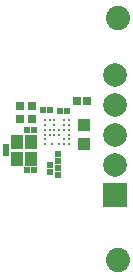
<source format=gts>
G04*
G04 #@! TF.GenerationSoftware,Altium Limited,Altium Designer,21.3.2 (30)*
G04*
G04 Layer_Color=8388736*
%FSLAX44Y44*%
%MOMM*%
G71*
G04*
G04 #@! TF.SameCoordinates,63FCB1AE-FA75-410F-B4B2-0E9A8DB9BD7B*
G04*
G04*
G04 #@! TF.FilePolarity,Negative*
G04*
G01*
G75*
%ADD29R,1.1332X1.0132*%
%ADD30R,0.7632X0.8032*%
%ADD31C,0.2940*%
%ADD32R,0.8032X0.7032*%
%ADD33R,1.0532X1.1532*%
%ADD34R,0.5032X0.4732*%
%ADD35R,0.4732X0.5032*%
%ADD36C,2.0500*%
%ADD37R,2.0032X2.0032*%
%ADD38C,2.0032*%
D29*
X1177000Y720735D02*
D03*
Y704535D02*
D03*
D30*
X1179550Y740600D02*
D03*
X1170850D02*
D03*
D31*
X1144000Y704500D02*
D03*
Y708500D02*
D03*
Y712500D02*
D03*
Y716500D02*
D03*
Y720500D02*
D03*
Y724500D02*
D03*
X1150000Y704500D02*
D03*
X1148000Y712500D02*
D03*
Y716500D02*
D03*
Y724500D02*
D03*
X1164000Y712500D02*
D03*
Y716500D02*
D03*
Y720500D02*
D03*
Y724500D02*
D03*
Y704500D02*
D03*
Y708500D02*
D03*
X1152000Y712500D02*
D03*
Y716500D02*
D03*
Y724500D02*
D03*
X1156000Y704500D02*
D03*
Y712500D02*
D03*
Y716500D02*
D03*
X1152000Y720500D02*
D03*
X1160000Y704500D02*
D03*
Y708500D02*
D03*
Y720500D02*
D03*
Y724500D02*
D03*
Y716500D02*
D03*
D32*
X1123000Y725700D02*
D03*
X1133000D02*
D03*
X1123200Y737000D02*
D03*
X1133200D02*
D03*
D33*
X1120699Y706604D02*
D03*
X1132199D02*
D03*
X1120699Y692104D02*
D03*
X1132199D02*
D03*
D34*
X1154789Y678534D02*
D03*
X1154789Y684234D02*
D03*
X1154791Y689962D02*
D03*
X1154791Y695662D02*
D03*
X1148399Y686354D02*
D03*
Y680654D02*
D03*
X1111199Y696504D02*
D03*
Y702204D02*
D03*
D35*
X1134899Y716204D02*
D03*
X1129199D02*
D03*
X1162847Y732790D02*
D03*
X1157148D02*
D03*
X1142400Y733400D02*
D03*
X1148100D02*
D03*
X1128999Y682704D02*
D03*
X1134699D02*
D03*
D36*
X1206000Y606119D02*
D03*
Y811119D02*
D03*
D37*
X1203397Y661190D02*
D03*
D38*
Y762790D02*
D03*
X1203397Y737390D02*
D03*
X1203397Y711990D02*
D03*
X1203397Y686590D02*
D03*
M02*

</source>
